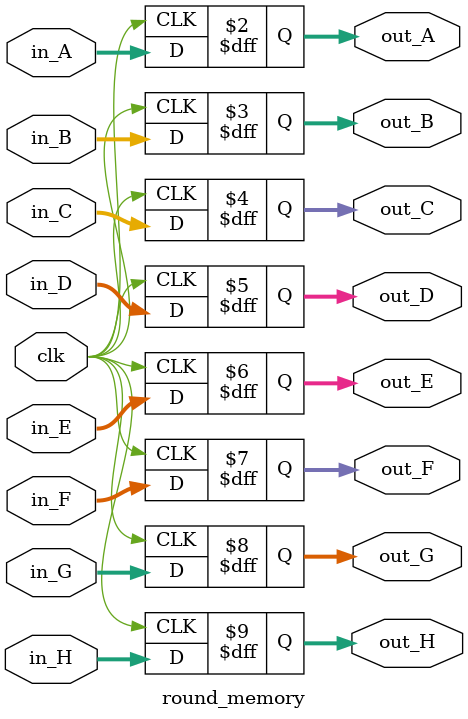
<source format=v>
`timescale 1ns / 1ps
module round_memory (clk, 
in_A, in_B, in_C, in_D, in_E, in_F, in_G, in_H,
out_A, out_B, out_C, out_D, out_E, out_F, out_G, out_H);
	 
	input wire clk;
	input wire [31:0] in_A, in_B, in_C, in_D, in_E, 
		in_F, in_G, in_H;
	output reg [31:0] out_A, out_B, out_C, out_D, 
		out_E, out_F, out_G, out_H;
	 
	always @(posedge clk) begin
		out_A <= in_A;
		out_B <= in_B;
		out_C <= in_C;
		out_D <= in_D;
		out_E <= in_E;
		out_F <= in_F;
		out_G <= in_G;
		out_H <= in_H;
	end
  
endmodule

</source>
